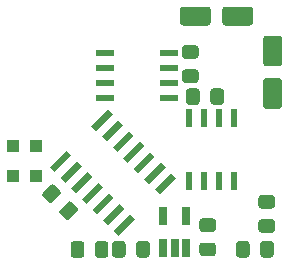
<source format=gbr>
G04 #@! TF.GenerationSoftware,KiCad,Pcbnew,(5.1.6-0-10_14)*
G04 #@! TF.CreationDate,2020-10-20T16:11:55+02:00*
G04 #@! TF.ProjectId,ProStick64_PCB_v6,50726f53-7469-4636-9b36-345f5043425f,rev?*
G04 #@! TF.SameCoordinates,Original*
G04 #@! TF.FileFunction,Paste,Bot*
G04 #@! TF.FilePolarity,Positive*
%FSLAX46Y46*%
G04 Gerber Fmt 4.6, Leading zero omitted, Abs format (unit mm)*
G04 Created by KiCad (PCBNEW (5.1.6-0-10_14)) date 2020-10-20 16:11:55*
%MOMM*%
%LPD*%
G01*
G04 APERTURE LIST*
%ADD10R,1.000000X1.000000*%
%ADD11R,1.538199X0.568000*%
%ADD12R,0.568000X1.538199*%
%ADD13C,0.100000*%
%ADD14R,0.650000X1.560000*%
G04 APERTURE END LIST*
G36*
G01*
X153375000Y-70108999D02*
X153375000Y-71009001D01*
G75*
G02*
X153125001Y-71259000I-249999J0D01*
G01*
X152474999Y-71259000D01*
G75*
G02*
X152225000Y-71009001I0J249999D01*
G01*
X152225000Y-70108999D01*
G75*
G02*
X152474999Y-69859000I249999J0D01*
G01*
X153125001Y-69859000D01*
G75*
G02*
X153375000Y-70108999I0J-249999D01*
G01*
G37*
G36*
G01*
X151325000Y-70108999D02*
X151325000Y-71009001D01*
G75*
G02*
X151075001Y-71259000I-249999J0D01*
G01*
X150424999Y-71259000D01*
G75*
G02*
X150175000Y-71009001I0J249999D01*
G01*
X150175000Y-70108999D01*
G75*
G02*
X150424999Y-69859000I249999J0D01*
G01*
X151075001Y-69859000D01*
G75*
G02*
X151325000Y-70108999I0J-249999D01*
G01*
G37*
G36*
G01*
X149650000Y-64300000D02*
X149650000Y-63200000D01*
G75*
G02*
X149900000Y-62950000I250000J0D01*
G01*
X152000000Y-62950000D01*
G75*
G02*
X152250000Y-63200000I0J-250000D01*
G01*
X152250000Y-64300000D01*
G75*
G02*
X152000000Y-64550000I-250000J0D01*
G01*
X149900000Y-64550000D01*
G75*
G02*
X149650000Y-64300000I0J250000D01*
G01*
G37*
G36*
G01*
X153250000Y-64300000D02*
X153250000Y-63200000D01*
G75*
G02*
X153500000Y-62950000I250000J0D01*
G01*
X155600000Y-62950000D01*
G75*
G02*
X155850000Y-63200000I0J-250000D01*
G01*
X155850000Y-64300000D01*
G75*
G02*
X155600000Y-64550000I-250000J0D01*
G01*
X153500000Y-64550000D01*
G75*
G02*
X153250000Y-64300000I0J250000D01*
G01*
G37*
G36*
G01*
X150074999Y-68259000D02*
X150975001Y-68259000D01*
G75*
G02*
X151225000Y-68508999I0J-249999D01*
G01*
X151225000Y-69159001D01*
G75*
G02*
X150975001Y-69409000I-249999J0D01*
G01*
X150074999Y-69409000D01*
G75*
G02*
X149825000Y-69159001I0J249999D01*
G01*
X149825000Y-68508999D01*
G75*
G02*
X150074999Y-68259000I249999J0D01*
G01*
G37*
G36*
G01*
X150074999Y-66209000D02*
X150975001Y-66209000D01*
G75*
G02*
X151225000Y-66458999I0J-249999D01*
G01*
X151225000Y-67109001D01*
G75*
G02*
X150975001Y-67359000I-249999J0D01*
G01*
X150074999Y-67359000D01*
G75*
G02*
X149825000Y-67109001I0J249999D01*
G01*
X149825000Y-66458999D01*
G75*
G02*
X150074999Y-66209000I249999J0D01*
G01*
G37*
G36*
G01*
X158050000Y-68000000D02*
X156950000Y-68000000D01*
G75*
G02*
X156700000Y-67750000I0J250000D01*
G01*
X156700000Y-65650000D01*
G75*
G02*
X156950000Y-65400000I250000J0D01*
G01*
X158050000Y-65400000D01*
G75*
G02*
X158300000Y-65650000I0J-250000D01*
G01*
X158300000Y-67750000D01*
G75*
G02*
X158050000Y-68000000I-250000J0D01*
G01*
G37*
G36*
G01*
X158050000Y-71600000D02*
X156950000Y-71600000D01*
G75*
G02*
X156700000Y-71350000I0J250000D01*
G01*
X156700000Y-69250000D01*
G75*
G02*
X156950000Y-69000000I250000J0D01*
G01*
X158050000Y-69000000D01*
G75*
G02*
X158300000Y-69250000I0J-250000D01*
G01*
X158300000Y-71350000D01*
G75*
G02*
X158050000Y-71600000I-250000J0D01*
G01*
G37*
G36*
G01*
X152450001Y-84075001D02*
X151549999Y-84075001D01*
G75*
G02*
X151300000Y-83825002I0J249999D01*
G01*
X151300000Y-83175000D01*
G75*
G02*
X151549999Y-82925001I249999J0D01*
G01*
X152450001Y-82925001D01*
G75*
G02*
X152700000Y-83175000I0J-249999D01*
G01*
X152700000Y-83825002D01*
G75*
G02*
X152450001Y-84075001I-249999J0D01*
G01*
G37*
G36*
G01*
X152450001Y-82025001D02*
X151549999Y-82025001D01*
G75*
G02*
X151300000Y-81775002I0J249999D01*
G01*
X151300000Y-81125000D01*
G75*
G02*
X151549999Y-80875001I249999J0D01*
G01*
X152450001Y-80875001D01*
G75*
G02*
X152700000Y-81125000I0J-249999D01*
G01*
X152700000Y-81775002D01*
G75*
G02*
X152450001Y-82025001I-249999J0D01*
G01*
G37*
G36*
G01*
X139499999Y-80136396D02*
X140136396Y-79499999D01*
G75*
G02*
X140489948Y-79499999I176776J-176776D01*
G01*
X140949569Y-79959620D01*
G75*
G02*
X140949569Y-80313172I-176776J-176776D01*
G01*
X140313172Y-80949569D01*
G75*
G02*
X139959620Y-80949569I-176776J176776D01*
G01*
X139499999Y-80489948D01*
G75*
G02*
X139499999Y-80136396I176776J176776D01*
G01*
G37*
G36*
G01*
X138050431Y-78686828D02*
X138686828Y-78050431D01*
G75*
G02*
X139040380Y-78050431I176776J-176776D01*
G01*
X139500001Y-78510052D01*
G75*
G02*
X139500001Y-78863604I-176776J-176776D01*
G01*
X138863604Y-79500001D01*
G75*
G02*
X138510052Y-79500001I-176776J176776D01*
G01*
X138050431Y-79040380D01*
G75*
G02*
X138050431Y-78686828I176776J176776D01*
G01*
G37*
G36*
G01*
X156549999Y-78900000D02*
X157450001Y-78900000D01*
G75*
G02*
X157700000Y-79149999I0J-249999D01*
G01*
X157700000Y-79800001D01*
G75*
G02*
X157450001Y-80050000I-249999J0D01*
G01*
X156549999Y-80050000D01*
G75*
G02*
X156300000Y-79800001I0J249999D01*
G01*
X156300000Y-79149999D01*
G75*
G02*
X156549999Y-78900000I249999J0D01*
G01*
G37*
G36*
G01*
X156549999Y-80950000D02*
X157450001Y-80950000D01*
G75*
G02*
X157700000Y-81199999I0J-249999D01*
G01*
X157700000Y-81850001D01*
G75*
G02*
X157450001Y-82100000I-249999J0D01*
G01*
X156549999Y-82100000D01*
G75*
G02*
X156300000Y-81850001I0J249999D01*
G01*
X156300000Y-81199999D01*
G75*
G02*
X156549999Y-80950000I249999J0D01*
G01*
G37*
D10*
X137500000Y-74750000D03*
X137500000Y-77250000D03*
X135500000Y-77250000D03*
X135500000Y-74750000D03*
G36*
G01*
X143900000Y-83950001D02*
X143900000Y-83049999D01*
G75*
G02*
X144149999Y-82800000I249999J0D01*
G01*
X144800001Y-82800000D01*
G75*
G02*
X145050000Y-83049999I0J-249999D01*
G01*
X145050000Y-83950001D01*
G75*
G02*
X144800001Y-84200000I-249999J0D01*
G01*
X144149999Y-84200000D01*
G75*
G02*
X143900000Y-83950001I0J249999D01*
G01*
G37*
G36*
G01*
X145950000Y-83950001D02*
X145950000Y-83049999D01*
G75*
G02*
X146199999Y-82800000I249999J0D01*
G01*
X146850001Y-82800000D01*
G75*
G02*
X147100000Y-83049999I0J-249999D01*
G01*
X147100000Y-83950001D01*
G75*
G02*
X146850001Y-84200000I-249999J0D01*
G01*
X146199999Y-84200000D01*
G75*
G02*
X145950000Y-83950001I0J249999D01*
G01*
G37*
G36*
G01*
X142450000Y-83950001D02*
X142450000Y-83049999D01*
G75*
G02*
X142699999Y-82800000I249999J0D01*
G01*
X143350001Y-82800000D01*
G75*
G02*
X143600000Y-83049999I0J-249999D01*
G01*
X143600000Y-83950001D01*
G75*
G02*
X143350001Y-84200000I-249999J0D01*
G01*
X142699999Y-84200000D01*
G75*
G02*
X142450000Y-83950001I0J249999D01*
G01*
G37*
G36*
G01*
X140400000Y-83950001D02*
X140400000Y-83049999D01*
G75*
G02*
X140649999Y-82800000I249999J0D01*
G01*
X141300001Y-82800000D01*
G75*
G02*
X141550000Y-83049999I0J-249999D01*
G01*
X141550000Y-83950001D01*
G75*
G02*
X141300001Y-84200000I-249999J0D01*
G01*
X140649999Y-84200000D01*
G75*
G02*
X140400000Y-83950001I0J249999D01*
G01*
G37*
G36*
G01*
X157600000Y-83049999D02*
X157600000Y-83950001D01*
G75*
G02*
X157350001Y-84200000I-249999J0D01*
G01*
X156699999Y-84200000D01*
G75*
G02*
X156450000Y-83950001I0J249999D01*
G01*
X156450000Y-83049999D01*
G75*
G02*
X156699999Y-82800000I249999J0D01*
G01*
X157350001Y-82800000D01*
G75*
G02*
X157600000Y-83049999I0J-249999D01*
G01*
G37*
G36*
G01*
X155550000Y-83049999D02*
X155550000Y-83950001D01*
G75*
G02*
X155300001Y-84200000I-249999J0D01*
G01*
X154649999Y-84200000D01*
G75*
G02*
X154400000Y-83950001I0J249999D01*
G01*
X154400000Y-83049999D01*
G75*
G02*
X154649999Y-82800000I249999J0D01*
G01*
X155300001Y-82800000D01*
G75*
G02*
X155550000Y-83049999I0J-249999D01*
G01*
G37*
D11*
X143345300Y-66854000D03*
X143345300Y-68124000D03*
X143345300Y-69394000D03*
X143345300Y-70664000D03*
X148704700Y-70664000D03*
X148704700Y-69394000D03*
X148704700Y-68124000D03*
X148704700Y-66854000D03*
D12*
X150420000Y-72379300D03*
X151690000Y-72379300D03*
X152960000Y-72379300D03*
X154230000Y-72379300D03*
X154230000Y-77738700D03*
X152960000Y-77738700D03*
X151690000Y-77738700D03*
X150420000Y-77738700D03*
D13*
G36*
X143547310Y-71669971D02*
G01*
X143941875Y-72064536D01*
X142548876Y-73457535D01*
X142154311Y-73062970D01*
X143547310Y-71669971D01*
G37*
G36*
X144445335Y-72567997D02*
G01*
X144839900Y-72962562D01*
X143446901Y-74355561D01*
X143052336Y-73960996D01*
X144445335Y-72567997D01*
G37*
G36*
X145343361Y-73466023D02*
G01*
X145737926Y-73860588D01*
X144344927Y-75253587D01*
X143950362Y-74859022D01*
X145343361Y-73466023D01*
G37*
G36*
X146241387Y-74364048D02*
G01*
X146635952Y-74758613D01*
X145242953Y-76151612D01*
X144848388Y-75757047D01*
X146241387Y-74364048D01*
G37*
G36*
X147139412Y-75262074D02*
G01*
X147533977Y-75656639D01*
X146140978Y-77049638D01*
X145746413Y-76655073D01*
X147139412Y-75262074D01*
G37*
G36*
X148037438Y-76160100D02*
G01*
X148432003Y-76554665D01*
X147039004Y-77947664D01*
X146644439Y-77553099D01*
X148037438Y-76160100D01*
G37*
G36*
X148935464Y-77058125D02*
G01*
X149330029Y-77452690D01*
X147937030Y-78845689D01*
X147542465Y-78451124D01*
X148935464Y-77058125D01*
G37*
G36*
X145451124Y-80542465D02*
G01*
X145845689Y-80937030D01*
X144452690Y-82330029D01*
X144058125Y-81935464D01*
X145451124Y-80542465D01*
G37*
G36*
X144553099Y-79644439D02*
G01*
X144947664Y-80039004D01*
X143554665Y-81432003D01*
X143160100Y-81037438D01*
X144553099Y-79644439D01*
G37*
G36*
X143655073Y-78746413D02*
G01*
X144049638Y-79140978D01*
X142656639Y-80533977D01*
X142262074Y-80139412D01*
X143655073Y-78746413D01*
G37*
G36*
X142757047Y-77848388D02*
G01*
X143151612Y-78242953D01*
X141758613Y-79635952D01*
X141364048Y-79241387D01*
X142757047Y-77848388D01*
G37*
G36*
X141859022Y-76950362D02*
G01*
X142253587Y-77344927D01*
X140860588Y-78737926D01*
X140466023Y-78343361D01*
X141859022Y-76950362D01*
G37*
G36*
X140960996Y-76052336D02*
G01*
X141355561Y-76446901D01*
X139962562Y-77839900D01*
X139567997Y-77445335D01*
X140960996Y-76052336D01*
G37*
G36*
X140062970Y-75154311D02*
G01*
X140457535Y-75548876D01*
X139064536Y-76941875D01*
X138669971Y-76547310D01*
X140062970Y-75154311D01*
G37*
D14*
X150150000Y-83350000D03*
X149200000Y-83350000D03*
X148250000Y-83350000D03*
X148250000Y-80650000D03*
X150150000Y-80650000D03*
M02*

</source>
